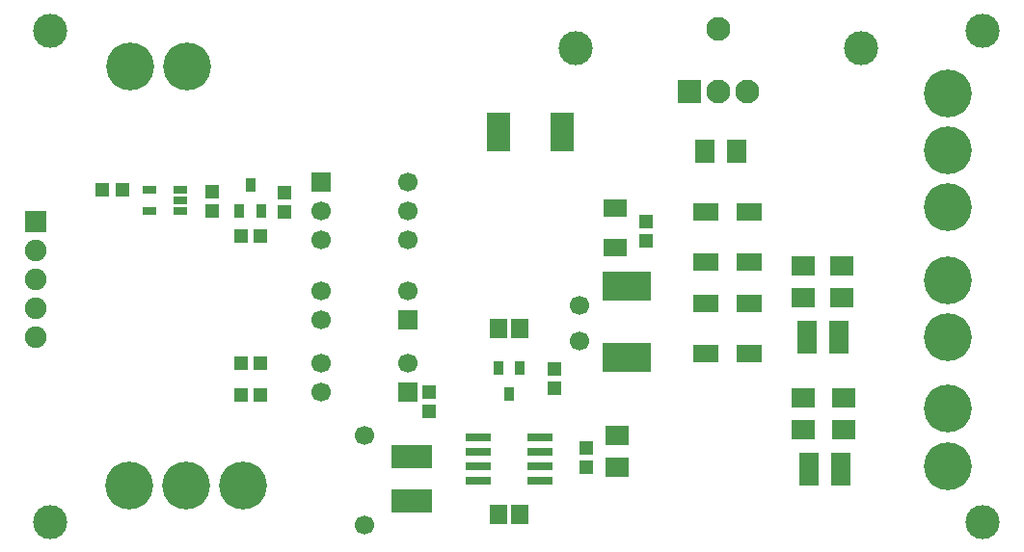
<source format=gbr>
G04 DipTrace 2.4.0.2*
%INUpper_mask.gbr*%
%MOIN*%
%ADD22R,0.0748X0.0748*%
%ADD23C,0.0748*%
%ADD27R,0.0669X0.0669*%
%ADD28C,0.0669*%
%ADD43C,0.1181*%
%ADD51R,0.0512X0.0315*%
%ADD53R,0.0866X0.0315*%
%ADD55R,0.0787X0.0709*%
%ADD57R,0.0787X0.1339*%
%ADD59R,0.0709X0.0787*%
%ADD61R,0.0512X0.0472*%
%ADD63R,0.0472X0.0512*%
%ADD65R,0.0709X0.1142*%
%ADD67R,0.0335X0.0492*%
%ADD69C,0.0669*%
%ADD71C,0.0827*%
%ADD72C,0.1654*%
%ADD74R,0.0787X0.063*%
%ADD76R,0.0906X0.063*%
%ADD78C,0.0827*%
%ADD79R,0.0827X0.0827*%
%ADD80R,0.1417X0.0827*%
%ADD82R,0.0591X0.0669*%
%ADD84R,0.1693X0.1004*%
%FSLAX44Y44*%
G04*
G70*
G90*
G75*
G01*
%LNTopMask*%
%LPD*%
D84*
X20937Y6687D3*
Y9148D3*
D82*
X17250Y1250D3*
X16502D3*
D80*
X13500Y3250D3*
Y1715D3*
D82*
X17251Y7687D3*
X16503D3*
D79*
X23125Y15875D3*
D78*
X24125D3*
X25125D3*
D76*
X23687Y6812D3*
Y8545D3*
X25188Y6812D3*
Y8545D3*
X23687Y10000D3*
Y11732D3*
X25188Y10000D3*
Y11732D3*
D74*
X20562Y10500D3*
Y11839D3*
D43*
X19188Y17375D3*
X29062D3*
X33250Y18000D3*
Y1000D3*
X1000Y18000D3*
Y1000D3*
D72*
X32062Y2937D3*
Y4906D3*
X32063Y11875D3*
Y13844D3*
Y15812D3*
X32062Y7375D3*
Y9344D3*
X3750Y2250D3*
X5719D3*
X7687D3*
D22*
X500Y11375D3*
D23*
Y10375D3*
Y9375D3*
Y8375D3*
Y7375D3*
D72*
X5750Y16750D3*
X3781D3*
D71*
X24127Y18063D3*
D69*
X11875Y4000D3*
Y875D3*
X19314Y8500D3*
Y7250D3*
D67*
X7563Y11750D3*
X8311D3*
X7937Y12656D3*
D65*
X27188Y7375D3*
X28290D3*
X27250Y2812D3*
X28352D3*
D63*
X21625Y11375D3*
Y10706D3*
D61*
X7625Y10875D3*
X8294D3*
D63*
X6625Y11750D3*
Y12419D3*
D61*
X3500Y12500D3*
X2831D3*
D59*
X24750Y13812D3*
X23648D3*
D57*
X16501Y14500D3*
X18706D3*
D63*
X9125Y12375D3*
Y11706D3*
X18438Y5625D3*
Y6294D3*
X19563Y2875D3*
Y3544D3*
D55*
X20625Y4000D3*
Y2898D3*
D63*
X14125Y4813D3*
Y5482D3*
D61*
X7625Y6500D3*
X8294D3*
X7625Y5375D3*
X8294D3*
D55*
X28440Y4187D3*
Y5289D3*
X27065Y4187D3*
Y5289D3*
X28377Y8750D3*
Y9852D3*
X27065Y8750D3*
Y9852D3*
D53*
X15812Y3937D3*
Y3437D3*
Y2937D3*
Y2437D3*
X17938D3*
Y2937D3*
Y3437D3*
Y3937D3*
D51*
X5500Y11750D3*
Y12124D3*
Y12498D3*
X4437D3*
Y11750D3*
D67*
X17250Y6312D3*
X16502D3*
X16876Y5407D3*
D27*
X10375Y12750D3*
D28*
Y11750D3*
Y10750D3*
X13375D3*
Y11750D3*
Y12750D3*
D27*
Y8000D3*
D69*
Y9000D3*
X10375D3*
Y8000D3*
D27*
X13375Y5500D3*
D69*
Y6500D3*
X10375D3*
Y5500D3*
M02*

</source>
